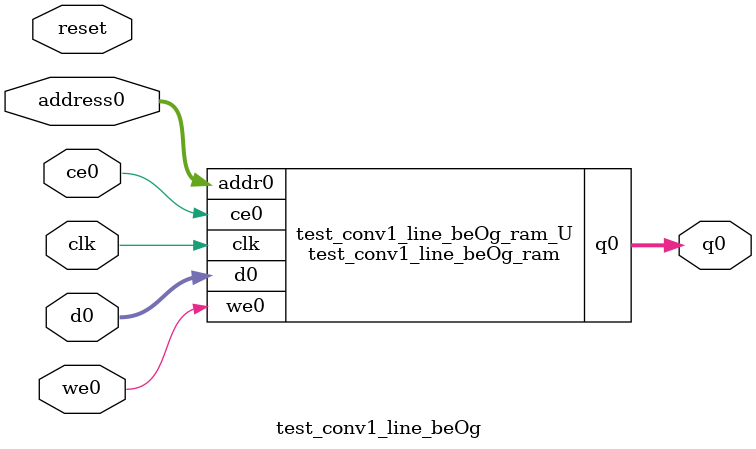
<source format=v>
`timescale 1 ns / 1 ps
module test_conv1_line_beOg_ram (addr0, ce0, d0, we0, q0,  clk);

parameter DWIDTH = 8;
parameter AWIDTH = 9;
parameter MEM_SIZE = 322;

input[AWIDTH-1:0] addr0;
input ce0;
input[DWIDTH-1:0] d0;
input we0;
output reg[DWIDTH-1:0] q0;
input clk;

(* ram_style = "block" *)reg [DWIDTH-1:0] ram[0:MEM_SIZE-1];




always @(posedge clk)  
begin 
    if (ce0) begin
        if (we0) 
            ram[addr0] <= d0; 
        q0 <= ram[addr0];
    end
end


endmodule

`timescale 1 ns / 1 ps
module test_conv1_line_beOg(
    reset,
    clk,
    address0,
    ce0,
    we0,
    d0,
    q0);

parameter DataWidth = 32'd8;
parameter AddressRange = 32'd322;
parameter AddressWidth = 32'd9;
input reset;
input clk;
input[AddressWidth - 1:0] address0;
input ce0;
input we0;
input[DataWidth - 1:0] d0;
output[DataWidth - 1:0] q0;



test_conv1_line_beOg_ram test_conv1_line_beOg_ram_U(
    .clk( clk ),
    .addr0( address0 ),
    .ce0( ce0 ),
    .we0( we0 ),
    .d0( d0 ),
    .q0( q0 ));

endmodule


</source>
